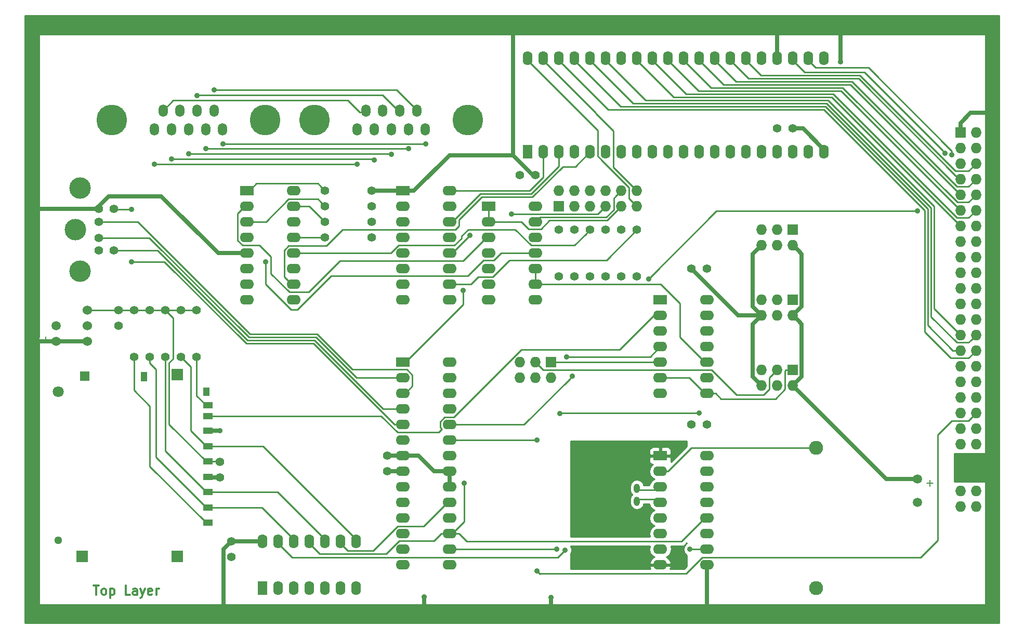
<source format=gbr>
%TF.FileFunction,Copper,L1,Top,Signal*%
%FSLAX46Y46*%
G04 Gerber Fmt 4.6, Leading zero omitted, Abs format (unit mm)*
G04 Created by KiCad (PCBNEW (2014-12-04 BZR 5312)-product) date Wed 04 Feb 2015 12:38:23 PM CET*
%MOMM*%
G01*
G04 APERTURE LIST*
%ADD10C,0.100000*%
%ADD11C,0.300000*%
%ADD12C,0.150000*%
%ADD13R,1.727200X1.727200*%
%ADD14O,1.727200X1.727200*%
%ADD15C,2.286000*%
%ADD16C,1.397000*%
%ADD17C,1.501140*%
%ADD18O,2.286000X1.574800*%
%ADD19R,2.286000X1.574800*%
%ADD20C,1.422400*%
%ADD21C,3.497580*%
%ADD22R,1.574800X2.286000*%
%ADD23O,1.574800X2.286000*%
%ADD24C,1.524000*%
%ADD25O,1.000760X1.501140*%
%ADD26C,5.001260*%
%ADD27O,1.501140X1.998980*%
%ADD28R,1.559560X1.049020*%
%ADD29R,1.099820X1.348740*%
%ADD30R,1.899920X1.899920*%
%ADD31R,1.099820X1.600200*%
%ADD32R,1.600200X1.600200*%
%ADD33C,1.300480*%
%ADD34C,1.800860*%
%ADD35C,0.889000*%
%ADD36C,0.635000*%
%ADD37C,0.254000*%
G04 APERTURE END LIST*
D10*
D11*
X74053572Y-139259571D02*
X74910715Y-139259571D01*
X74482144Y-140759571D02*
X74482144Y-139259571D01*
X75625001Y-140759571D02*
X75482143Y-140688143D01*
X75410715Y-140616714D01*
X75339286Y-140473857D01*
X75339286Y-140045286D01*
X75410715Y-139902429D01*
X75482143Y-139831000D01*
X75625001Y-139759571D01*
X75839286Y-139759571D01*
X75982143Y-139831000D01*
X76053572Y-139902429D01*
X76125001Y-140045286D01*
X76125001Y-140473857D01*
X76053572Y-140616714D01*
X75982143Y-140688143D01*
X75839286Y-140759571D01*
X75625001Y-140759571D01*
X76767858Y-139759571D02*
X76767858Y-141259571D01*
X76767858Y-139831000D02*
X76910715Y-139759571D01*
X77196429Y-139759571D01*
X77339286Y-139831000D01*
X77410715Y-139902429D01*
X77482144Y-140045286D01*
X77482144Y-140473857D01*
X77410715Y-140616714D01*
X77339286Y-140688143D01*
X77196429Y-140759571D01*
X76910715Y-140759571D01*
X76767858Y-140688143D01*
X79982144Y-140759571D02*
X79267858Y-140759571D01*
X79267858Y-139259571D01*
X81125001Y-140759571D02*
X81125001Y-139973857D01*
X81053572Y-139831000D01*
X80910715Y-139759571D01*
X80625001Y-139759571D01*
X80482144Y-139831000D01*
X81125001Y-140688143D02*
X80982144Y-140759571D01*
X80625001Y-140759571D01*
X80482144Y-140688143D01*
X80410715Y-140545286D01*
X80410715Y-140402429D01*
X80482144Y-140259571D01*
X80625001Y-140188143D01*
X80982144Y-140188143D01*
X81125001Y-140116714D01*
X81696430Y-139759571D02*
X82053573Y-140759571D01*
X82410715Y-139759571D02*
X82053573Y-140759571D01*
X81910715Y-141116714D01*
X81839287Y-141188143D01*
X81696430Y-141259571D01*
X83553572Y-140688143D02*
X83410715Y-140759571D01*
X83125001Y-140759571D01*
X82982144Y-140688143D01*
X82910715Y-140545286D01*
X82910715Y-139973857D01*
X82982144Y-139831000D01*
X83125001Y-139759571D01*
X83410715Y-139759571D01*
X83553572Y-139831000D01*
X83625001Y-139973857D01*
X83625001Y-140116714D01*
X82910715Y-140259571D01*
X84267858Y-140759571D02*
X84267858Y-139759571D01*
X84267858Y-140045286D02*
X84339286Y-139902429D01*
X84410715Y-139831000D01*
X84553572Y-139759571D01*
X84696429Y-139759571D01*
D12*
X66245740Y-99171760D02*
X66245740Y-98671380D01*
X66245740Y-99171760D02*
X65745360Y-99171760D01*
X66245740Y-99672140D02*
X66245740Y-99171760D01*
X66245740Y-99171760D02*
X66644520Y-99171760D01*
X66644520Y-99171760D02*
X66746120Y-99171760D01*
X210820000Y-122555000D02*
X209804000Y-122555000D01*
X210312000Y-122047000D02*
X210312000Y-123063000D01*
D13*
X215265000Y-65405000D03*
D14*
X217805000Y-65405000D03*
X215265000Y-67945000D03*
X217805000Y-67945000D03*
X215265000Y-70485000D03*
X217805000Y-70485000D03*
X215265000Y-73025000D03*
X217805000Y-73025000D03*
X215265000Y-75565000D03*
X217805000Y-75565000D03*
X215265000Y-78105000D03*
X217805000Y-78105000D03*
X215265000Y-80645000D03*
X217805000Y-80645000D03*
X215265000Y-83185000D03*
X217805000Y-83185000D03*
X215265000Y-85725000D03*
X217805000Y-85725000D03*
X215265000Y-88265000D03*
X217805000Y-88265000D03*
X215265000Y-90805000D03*
X217805000Y-90805000D03*
X215265000Y-93345000D03*
X217805000Y-93345000D03*
X215265000Y-95885000D03*
X217805000Y-95885000D03*
X215265000Y-98425000D03*
X217805000Y-98425000D03*
X215265000Y-100965000D03*
X217805000Y-100965000D03*
X215265000Y-103505000D03*
X217805000Y-103505000D03*
X215265000Y-106045000D03*
X217805000Y-106045000D03*
X215265000Y-108585000D03*
X217805000Y-108585000D03*
X215265000Y-111125000D03*
X217805000Y-111125000D03*
X215265000Y-113665000D03*
X217805000Y-113665000D03*
X215265000Y-116205000D03*
X217805000Y-116205000D03*
X215265000Y-118745000D03*
X217805000Y-118745000D03*
X215265000Y-121285000D03*
X217805000Y-121285000D03*
X215265000Y-123825000D03*
X217805000Y-123825000D03*
X215265000Y-126365000D03*
X217805000Y-126365000D03*
D15*
X191770000Y-139700000D03*
X191770000Y-116840000D03*
D16*
X187960000Y-64770000D03*
X185420000Y-64770000D03*
D17*
X67945000Y-96901000D03*
X67945000Y-99441000D03*
D16*
X78105000Y-94361000D03*
X78105000Y-96901000D03*
X173990000Y-87630000D03*
X171450000Y-87630000D03*
X96520000Y-132080000D03*
X96520000Y-134620000D03*
X173990000Y-113030000D03*
X171450000Y-113030000D03*
X121920000Y-118110000D03*
X121920000Y-120650000D03*
D17*
X208280000Y-125730000D03*
X208280000Y-121920000D03*
D16*
X146050000Y-72390000D03*
X143510000Y-72390000D03*
X94615000Y-119126000D03*
X94615000Y-121666000D03*
D18*
X124460000Y-105410000D03*
X124460000Y-107950000D03*
X124460000Y-110490000D03*
X124460000Y-113030000D03*
X124460000Y-115570000D03*
X124460000Y-118110000D03*
X124460000Y-120650000D03*
X124460000Y-123190000D03*
X124460000Y-125730000D03*
X124460000Y-128270000D03*
X124460000Y-130810000D03*
X124460000Y-133350000D03*
X124460000Y-135890000D03*
D19*
X124460000Y-102870000D03*
D18*
X132080000Y-135890000D03*
X132080000Y-133350000D03*
X132080000Y-130810000D03*
X132080000Y-128270000D03*
X132080000Y-125730000D03*
X132080000Y-123190000D03*
X132080000Y-120650000D03*
X132080000Y-118110000D03*
X132080000Y-115570000D03*
X132080000Y-113030000D03*
X132080000Y-110490000D03*
X132080000Y-107950000D03*
X132080000Y-105410000D03*
X132080000Y-102870000D03*
D20*
X74869040Y-82577940D03*
X74869040Y-79982060D03*
X74869040Y-84678520D03*
X74869040Y-77881480D03*
X77317600Y-84678520D03*
X77368400Y-77881480D03*
D21*
X71869300Y-74480420D03*
X71071740Y-81280000D03*
X71869300Y-88028780D03*
D13*
X148590000Y-102870000D03*
D14*
X148590000Y-105410000D03*
X146050000Y-102870000D03*
X146050000Y-105410000D03*
X143510000Y-102870000D03*
X143510000Y-105410000D03*
D13*
X187960000Y-104140000D03*
D14*
X187960000Y-106680000D03*
X185420000Y-104140000D03*
X185420000Y-106680000D03*
X182880000Y-104140000D03*
X182880000Y-106680000D03*
D13*
X187960000Y-92710000D03*
D14*
X187960000Y-95250000D03*
X185420000Y-92710000D03*
X185420000Y-95250000D03*
X182880000Y-92710000D03*
X182880000Y-95250000D03*
D13*
X187960000Y-81280000D03*
D14*
X187960000Y-83820000D03*
X185420000Y-81280000D03*
X185420000Y-83820000D03*
X182880000Y-81280000D03*
X182880000Y-83820000D03*
D16*
X88265000Y-94361000D03*
X88265000Y-101981000D03*
X85725000Y-94361000D03*
X85725000Y-101981000D03*
X83185000Y-94361000D03*
X83185000Y-101981000D03*
X80645000Y-94361000D03*
X80645000Y-101981000D03*
X90805000Y-94361000D03*
X90805000Y-101981000D03*
X162560000Y-88900000D03*
X162560000Y-81280000D03*
X160020000Y-88900000D03*
X160020000Y-81280000D03*
X152400000Y-88900000D03*
X152400000Y-81280000D03*
X149860000Y-88900000D03*
X149860000Y-81280000D03*
X157480000Y-88900000D03*
X157480000Y-81280000D03*
X154940000Y-88900000D03*
X154940000Y-81280000D03*
X119380000Y-80010000D03*
X111760000Y-80010000D03*
X119380000Y-82550000D03*
X111760000Y-82550000D03*
X119380000Y-74930000D03*
X111760000Y-74930000D03*
X119380000Y-77470000D03*
X111760000Y-77470000D03*
D22*
X144780000Y-68580000D03*
D23*
X147320000Y-68580000D03*
X149860000Y-68580000D03*
X152400000Y-68580000D03*
X154940000Y-68580000D03*
X157480000Y-68580000D03*
X160020000Y-68580000D03*
X162560000Y-68580000D03*
X165100000Y-68580000D03*
X167640000Y-68580000D03*
X170180000Y-68580000D03*
X172720000Y-68580000D03*
X175260000Y-68580000D03*
X177800000Y-68580000D03*
X180340000Y-68580000D03*
X182880000Y-68580000D03*
X185420000Y-68580000D03*
X187960000Y-68580000D03*
X190500000Y-68580000D03*
X193040000Y-68580000D03*
X193040000Y-53340000D03*
X190500000Y-53340000D03*
X187960000Y-53340000D03*
X185420000Y-53340000D03*
X182880000Y-53340000D03*
X180340000Y-53340000D03*
X177800000Y-53340000D03*
X175260000Y-53340000D03*
X172720000Y-53340000D03*
X170180000Y-53340000D03*
X167640000Y-53340000D03*
X165100000Y-53340000D03*
X162560000Y-53340000D03*
X160020000Y-53340000D03*
X157480000Y-53340000D03*
X154940000Y-53340000D03*
X152400000Y-53340000D03*
X149860000Y-53340000D03*
X147320000Y-53340000D03*
X144780000Y-53340000D03*
D22*
X101600000Y-139700000D03*
D23*
X104140000Y-139700000D03*
X106680000Y-139700000D03*
X109220000Y-139700000D03*
X111760000Y-139700000D03*
X114300000Y-139700000D03*
X116840000Y-139700000D03*
X116840000Y-132080000D03*
X114300000Y-132080000D03*
X111760000Y-132080000D03*
X109220000Y-132080000D03*
X106680000Y-132080000D03*
X104140000Y-132080000D03*
X101600000Y-132080000D03*
D19*
X138430000Y-77470000D03*
D18*
X138430000Y-80010000D03*
X138430000Y-82550000D03*
X138430000Y-85090000D03*
X138430000Y-87630000D03*
X138430000Y-90170000D03*
X138430000Y-92710000D03*
X146050000Y-92710000D03*
X146050000Y-90170000D03*
X146050000Y-87630000D03*
X146050000Y-85090000D03*
X146050000Y-82550000D03*
X146050000Y-80010000D03*
X146050000Y-77470000D03*
D19*
X166370000Y-92710000D03*
D18*
X166370000Y-95250000D03*
X166370000Y-97790000D03*
X166370000Y-100330000D03*
X166370000Y-102870000D03*
X166370000Y-105410000D03*
X166370000Y-107950000D03*
X173990000Y-107950000D03*
X173990000Y-105410000D03*
X173990000Y-102870000D03*
X173990000Y-100330000D03*
X173990000Y-97790000D03*
X173990000Y-95250000D03*
X173990000Y-92710000D03*
D24*
X73025000Y-96901000D03*
X73025000Y-99441000D03*
X73025000Y-94361000D03*
D19*
X99060000Y-74930000D03*
D18*
X99060000Y-77470000D03*
X99060000Y-80010000D03*
X99060000Y-82550000D03*
X99060000Y-85090000D03*
X99060000Y-87630000D03*
X99060000Y-90170000D03*
X99060000Y-92710000D03*
X106680000Y-92710000D03*
X106680000Y-90170000D03*
X106680000Y-87630000D03*
X106680000Y-85090000D03*
X106680000Y-82550000D03*
X106680000Y-80010000D03*
X106680000Y-77470000D03*
X106680000Y-74930000D03*
D19*
X166370000Y-118110000D03*
D18*
X166370000Y-120650000D03*
X166370000Y-123190000D03*
X166370000Y-125730000D03*
X166370000Y-128270000D03*
X166370000Y-130810000D03*
X166370000Y-133350000D03*
X166370000Y-135890000D03*
X173990000Y-135890000D03*
X173990000Y-133350000D03*
X173990000Y-130810000D03*
X173990000Y-128270000D03*
X173990000Y-125730000D03*
X173990000Y-123190000D03*
X173990000Y-120650000D03*
X173990000Y-118110000D03*
D19*
X124460000Y-74930000D03*
D18*
X124460000Y-77470000D03*
X124460000Y-80010000D03*
X124460000Y-82550000D03*
X124460000Y-85090000D03*
X124460000Y-87630000D03*
X124460000Y-90170000D03*
X124460000Y-92710000D03*
X132080000Y-92710000D03*
X132080000Y-90170000D03*
X132080000Y-87630000D03*
X132080000Y-85090000D03*
X132080000Y-82550000D03*
X132080000Y-80010000D03*
X132080000Y-77470000D03*
X132080000Y-74930000D03*
D25*
X162560000Y-125509020D03*
X162560000Y-123410980D03*
D13*
X149860000Y-77470000D03*
D14*
X149860000Y-74930000D03*
X152400000Y-77470000D03*
X152400000Y-74930000D03*
X154940000Y-77470000D03*
X154940000Y-74930000D03*
X157480000Y-77470000D03*
X157480000Y-74930000D03*
X160020000Y-77470000D03*
X160020000Y-74930000D03*
X162560000Y-77470000D03*
X162560000Y-74930000D03*
D26*
X77040740Y-63373000D03*
D27*
X89535000Y-64891920D03*
X86763860Y-64891920D03*
X83995260Y-64891920D03*
X92306140Y-64891920D03*
X95074740Y-64891920D03*
X93690440Y-61854080D03*
X90919300Y-61854080D03*
X88150700Y-61854080D03*
X85379560Y-61854080D03*
D26*
X102029260Y-63373000D03*
X110060740Y-63373000D03*
D27*
X122555000Y-64891920D03*
X119783860Y-64891920D03*
X117015260Y-64891920D03*
X125326140Y-64891920D03*
X128094740Y-64891920D03*
X126710440Y-61854080D03*
X123939300Y-61854080D03*
X121170700Y-61854080D03*
X118399560Y-61854080D03*
D26*
X135049260Y-63373000D03*
D28*
X92649040Y-129032000D03*
X92649040Y-126532640D03*
X92649040Y-124030740D03*
X92649040Y-121531380D03*
X92649040Y-119032020D03*
X92649040Y-116532660D03*
X92649040Y-114030760D03*
X92649040Y-111612680D03*
X92649040Y-109910880D03*
D29*
X92420440Y-107632500D03*
D30*
X87680800Y-134510780D03*
X72229980Y-134510780D03*
X87680800Y-104891840D03*
D31*
X82280760Y-105211880D03*
D32*
X72610980Y-105161080D03*
D33*
X68280280Y-131861560D03*
D34*
X68280280Y-107660440D03*
D35*
X94615000Y-114046000D03*
X134239000Y-91186000D03*
X213874341Y-69091170D03*
X212725000Y-68770520D03*
X164465000Y-89281000D03*
X208280000Y-78232000D03*
X152019000Y-105156000D03*
X151130000Y-101981000D03*
X149479000Y-133350000D03*
X134429530Y-122545531D03*
X128143000Y-67310000D03*
X95123000Y-67246480D03*
X125349000Y-68072000D03*
X92329000Y-68071960D03*
X89535000Y-68897480D03*
X122555000Y-68961000D03*
X86741000Y-69723000D03*
X119761000Y-69913510D03*
X116967000Y-70612000D03*
X83947000Y-70612000D03*
X90932000Y-59372480D03*
X93726000Y-58483480D03*
X135382000Y-82169000D03*
X142113000Y-78740000D03*
X150876000Y-133477000D03*
X149987000Y-111252000D03*
X172720000Y-111125000D03*
X171195990Y-133350000D03*
X102108000Y-86487000D03*
X146304000Y-136906000D03*
X146304000Y-115570000D03*
X195707000Y-53911520D03*
X148590000Y-141224000D03*
X127889000Y-141097000D03*
X80264000Y-77978000D03*
X80264000Y-86487000D03*
D36*
X171450000Y-87630000D02*
X179070000Y-95250000D01*
X179070000Y-95250000D02*
X182880000Y-95250000D01*
X121920000Y-120650000D02*
X124460000Y-120650000D01*
X182016401Y-94386401D02*
X182880000Y-95250000D01*
X181444899Y-93814899D02*
X182016401Y-94386401D01*
X181444899Y-85255101D02*
X181444899Y-93814899D01*
X182880000Y-83820000D02*
X181444899Y-85255101D01*
X182016401Y-105816401D02*
X182880000Y-106680000D01*
X181444899Y-105244899D02*
X182016401Y-105816401D01*
X181444899Y-96685101D02*
X181444899Y-105244899D01*
X182880000Y-95250000D02*
X181444899Y-96685101D01*
X92783660Y-121666000D02*
X92649040Y-121531380D01*
X94615000Y-121666000D02*
X92783660Y-121666000D01*
X94599760Y-114030760D02*
X94615000Y-114046000D01*
X92649040Y-114030760D02*
X94599760Y-114030760D01*
D37*
X134239000Y-91186000D02*
X134239000Y-93446600D01*
X134239000Y-93446600D02*
X124815600Y-102870000D01*
X124815600Y-102870000D02*
X124460000Y-102870000D01*
X190500000Y-53340000D02*
X190500000Y-53695600D01*
X213874341Y-68462553D02*
X213874341Y-69091170D01*
X190500000Y-53695600D02*
X191668410Y-54864010D01*
X191668410Y-54864010D02*
X193523971Y-54864010D01*
X193523971Y-54864010D02*
X193524001Y-54863980D01*
X193524001Y-54863980D02*
X200275768Y-54863980D01*
X200275768Y-54863980D02*
X213874341Y-68462553D01*
X187960000Y-53340000D02*
X187960000Y-53695600D01*
X187960000Y-53695600D02*
X189890400Y-55626000D01*
X189890400Y-55626000D02*
X199580480Y-55626000D01*
X212280501Y-68326021D02*
X212725000Y-68770520D01*
X199580480Y-55626000D02*
X212280501Y-68326021D01*
X175514000Y-78232000D02*
X164909499Y-88836501D01*
X208280000Y-78232000D02*
X175514000Y-78232000D01*
X164909499Y-88836501D02*
X164465000Y-89281000D01*
X132080000Y-113030000D02*
X144145000Y-113030000D01*
X144145000Y-113030000D02*
X151574501Y-105600499D01*
X151574501Y-105600499D02*
X152019000Y-105156000D01*
X217805000Y-70485000D02*
X216560399Y-71729601D01*
X198866748Y-56134010D02*
X182778410Y-56134010D01*
X214462339Y-71729601D02*
X198866748Y-56134010D01*
X180340000Y-53695600D02*
X180340000Y-53340000D01*
X182778410Y-56134010D02*
X180340000Y-53695600D01*
X216560399Y-71729601D02*
X214462339Y-71729601D01*
X180746420Y-56642020D02*
X198656324Y-56642020D01*
X177800000Y-53695600D02*
X180746420Y-56642020D01*
X215039304Y-73025000D02*
X215265000Y-73025000D01*
X198656324Y-56642020D02*
X215039304Y-73025000D01*
X177800000Y-53340000D02*
X177800000Y-53695600D01*
X217805000Y-73025000D02*
X216560399Y-74269601D01*
X175260000Y-53695600D02*
X175260000Y-53340000D01*
X214667591Y-74269601D02*
X197548020Y-57150030D01*
X197548020Y-57150030D02*
X178714430Y-57150030D01*
X178714430Y-57150030D02*
X175260000Y-53695600D01*
X216560399Y-74269601D02*
X214667591Y-74269601D01*
X215265000Y-75565000D02*
X215244556Y-75565000D01*
X215244556Y-75565000D02*
X197337596Y-57658040D01*
X172720000Y-53695600D02*
X172720000Y-53340000D01*
X197337596Y-57658040D02*
X176682440Y-57658040D01*
X176682440Y-57658040D02*
X172720000Y-53695600D01*
X170180000Y-53695600D02*
X170180000Y-53340000D01*
X214731601Y-76809601D02*
X196088049Y-58166049D01*
X216560399Y-76809601D02*
X214731601Y-76809601D01*
X196088049Y-58166049D02*
X174650449Y-58166049D01*
X217805000Y-75565000D02*
X216560399Y-76809601D01*
X174650449Y-58166049D02*
X170180000Y-53695600D01*
X172618458Y-58674058D02*
X167640000Y-53695600D01*
X167640000Y-53695600D02*
X167640000Y-53340000D01*
X195834058Y-58674058D02*
X172618458Y-58674058D01*
X215265000Y-78105000D02*
X195834058Y-58674058D01*
X170586467Y-59182067D02*
X165100000Y-53695600D01*
X214688035Y-79349601D02*
X194520501Y-59182067D01*
X194520501Y-59182067D02*
X170586467Y-59182067D01*
X217805000Y-78105000D02*
X216560399Y-79349601D01*
X165100000Y-53695600D02*
X165100000Y-53340000D01*
X216560399Y-79349601D02*
X214688035Y-79349601D01*
X215265000Y-80645000D02*
X194310076Y-59690076D01*
X162560000Y-53695600D02*
X162560000Y-53340000D01*
X194310076Y-59690076D02*
X168554476Y-59690076D01*
X168554476Y-59690076D02*
X162560000Y-53695600D01*
X215265000Y-98425000D02*
X210947030Y-94107030D01*
X193671386Y-60198085D02*
X163982485Y-60198085D01*
X157480000Y-53695600D02*
X157480000Y-53340000D01*
X163982485Y-60198085D02*
X157480000Y-53695600D01*
X210947030Y-94107030D02*
X210947030Y-77473728D01*
X210947030Y-77473728D02*
X193671386Y-60198085D01*
X216560399Y-99669601D02*
X216941401Y-99288599D01*
X214667591Y-99669601D02*
X216560399Y-99669601D01*
X210439020Y-77684153D02*
X210439020Y-95441030D01*
X193460961Y-60706094D02*
X210439020Y-77684153D01*
X161950494Y-60706094D02*
X193460961Y-60706094D01*
X154940000Y-53340000D02*
X154940000Y-53695600D01*
X216941401Y-99288599D02*
X217805000Y-98425000D01*
X154940000Y-53695600D02*
X161950494Y-60706094D01*
X210439020Y-95441030D02*
X214667591Y-99669601D01*
X161897385Y-61214102D02*
X193250535Y-61214102D01*
X193250535Y-61214102D02*
X209931010Y-77894577D01*
X161897253Y-61213970D02*
X161897385Y-61214102D01*
X159918370Y-61213970D02*
X161897253Y-61213970D01*
X152400000Y-53340000D02*
X152400000Y-53695600D01*
X214043686Y-100965000D02*
X215265000Y-100965000D01*
X209931010Y-77894577D02*
X209931010Y-96852324D01*
X209931010Y-96852324D02*
X214043686Y-100965000D01*
X152400000Y-53695600D02*
X159918370Y-61213970D01*
X216560399Y-102209601D02*
X213675733Y-102209601D01*
X213675733Y-102209601D02*
X209423000Y-97956868D01*
X149860000Y-53695600D02*
X149860000Y-53340000D01*
X161686829Y-61721980D02*
X157886380Y-61721980D01*
X161686961Y-61722112D02*
X161686829Y-61721980D01*
X157886380Y-61721980D02*
X149860000Y-53695600D01*
X217805000Y-100965000D02*
X216560399Y-102209601D01*
X209423000Y-78105001D02*
X193040111Y-61722112D01*
X209423000Y-97956868D02*
X209423000Y-78105001D01*
X193040111Y-61722112D02*
X161686961Y-61722112D01*
X166370000Y-120650000D02*
X167640000Y-120650000D01*
X171450000Y-116840000D02*
X191770000Y-116840000D01*
X167640000Y-120650000D02*
X171450000Y-116840000D01*
X73025000Y-94361000D02*
X78105000Y-94361000D01*
X78105000Y-94361000D02*
X80645000Y-94361000D01*
X80645000Y-94361000D02*
X83185000Y-94361000D01*
X80645000Y-94361000D02*
X85725000Y-94361000D01*
X85725000Y-94361000D02*
X88265000Y-94361000D01*
X88265000Y-94361000D02*
X90805000Y-94361000D01*
X94521020Y-119032020D02*
X94615000Y-119126000D01*
X92649040Y-119032020D02*
X94521020Y-119032020D01*
X86423499Y-95059499D02*
X85725000Y-94361000D01*
X86995000Y-95631000D02*
X86423499Y-95059499D01*
X86995000Y-102308662D02*
X86995000Y-95631000D01*
X86360000Y-102943662D02*
X86995000Y-102308662D01*
X86360000Y-103626918D02*
X86360000Y-102943662D01*
X86349839Y-103637079D02*
X86360000Y-103626918D01*
X86360000Y-106156762D02*
X86349839Y-106146601D01*
X86360000Y-112998250D02*
X86360000Y-106156762D01*
X86349839Y-106146601D02*
X86349839Y-103637079D01*
X92393770Y-119032020D02*
X86360000Y-112998250D01*
X92649040Y-119032020D02*
X92393770Y-119032020D01*
X83125808Y-82577940D02*
X76880617Y-82577940D01*
X76880617Y-82577940D02*
X74869040Y-82577940D01*
X116879868Y-105410000D02*
X110275848Y-98805980D01*
X99353848Y-98805980D02*
X83125808Y-82577940D01*
X110275848Y-98805980D02*
X99353848Y-98805980D01*
X124460000Y-105410000D02*
X116879868Y-105410000D01*
X123063000Y-110490000D02*
X124460000Y-110490000D01*
X110065424Y-99313990D02*
X121241434Y-110490000D01*
X99143424Y-99313990D02*
X110065424Y-99313990D01*
X84507954Y-84678520D02*
X99143424Y-99313990D01*
X77317600Y-84678520D02*
X84507954Y-84678520D01*
X121241434Y-110490000D02*
X123063000Y-110490000D01*
X166370000Y-100330000D02*
X164719000Y-101981000D01*
X164719000Y-101981000D02*
X151638000Y-101981000D01*
X151638000Y-101981000D02*
X151130000Y-101981000D01*
X132080000Y-133350000D02*
X149479000Y-133350000D01*
X134429530Y-128816070D02*
X134429530Y-123174148D01*
X132080000Y-130810000D02*
X132435600Y-130810000D01*
X134429530Y-123174148D02*
X134429530Y-122545531D01*
X132435600Y-130810000D02*
X134429530Y-128816070D01*
X130683000Y-130810000D02*
X132080000Y-130810000D01*
X129514590Y-131978410D02*
X130683000Y-130810000D01*
X123823609Y-131978410D02*
X129514590Y-131978410D01*
X110896420Y-134112020D02*
X121689999Y-134112020D01*
X109220000Y-132080000D02*
X109220000Y-132435600D01*
X109220000Y-132435600D02*
X110896420Y-134112020D01*
X121689999Y-134112020D02*
X123823609Y-131978410D01*
X146050000Y-105410000D02*
X146177000Y-105537000D01*
X133477000Y-130810000D02*
X132080000Y-130810000D01*
X133604000Y-130810000D02*
X133477000Y-130810000D01*
X134874000Y-132080000D02*
X133604000Y-130810000D01*
X169824400Y-132080000D02*
X134874000Y-132080000D01*
X173634400Y-128270000D02*
X169824400Y-132080000D01*
X173990000Y-128270000D02*
X173634400Y-128270000D01*
X148590000Y-102870000D02*
X164973000Y-102870000D01*
X164973000Y-102870000D02*
X166370000Y-102870000D01*
X146050000Y-102870000D02*
X147294601Y-104114601D01*
X183198010Y-108204000D02*
X184150000Y-107252010D01*
X184556401Y-105003599D02*
X185420000Y-104140000D01*
X147294601Y-104114601D02*
X174726601Y-104114601D01*
X174726601Y-104114601D02*
X178816000Y-108204000D01*
X178816000Y-108204000D02*
X183198010Y-108204000D01*
X184150000Y-107252010D02*
X184150000Y-105410000D01*
X184150000Y-105410000D02*
X184556401Y-105003599D01*
X167640000Y-68580000D02*
X167640000Y-68935600D01*
X167640000Y-68580000D02*
X167640000Y-68224400D01*
X187960000Y-68224400D02*
X187960000Y-68580000D01*
X114300000Y-132435600D02*
X114300000Y-132080000D01*
X119633990Y-133604010D02*
X115468410Y-133604010D01*
X123596410Y-129641590D02*
X119633990Y-133604010D01*
X115468410Y-133604010D02*
X114300000Y-132435600D01*
X127812810Y-129641590D02*
X123596410Y-129641590D01*
X131724400Y-125730000D02*
X127812810Y-129641590D01*
X132080000Y-125730000D02*
X131724400Y-125730000D01*
X171094400Y-105410000D02*
X173634400Y-107950000D01*
X173634400Y-107950000D02*
X173990000Y-107950000D01*
X166370000Y-105410000D02*
X171094400Y-105410000D01*
X186664601Y-107277409D02*
X185103010Y-108839000D01*
X186664601Y-104317799D02*
X186664601Y-107277409D01*
X186842400Y-104140000D02*
X186664601Y-104317799D01*
X187960000Y-104140000D02*
X186842400Y-104140000D01*
X175387000Y-107950000D02*
X173990000Y-107950000D01*
X176276000Y-108839000D02*
X175387000Y-107950000D01*
X185103010Y-108839000D02*
X176276000Y-108839000D01*
X94990013Y-64193273D02*
X94545514Y-64637772D01*
X127514383Y-67310000D02*
X127450863Y-67246480D01*
X128143000Y-67310000D02*
X127514383Y-67310000D01*
X127450863Y-67246480D02*
X95123000Y-67246480D01*
X124847383Y-68072000D02*
X125349000Y-68072000D01*
X125349000Y-68072000D02*
X92329040Y-68072000D01*
X92329040Y-68072000D02*
X92329000Y-68071960D01*
X122555000Y-64643000D02*
X122555000Y-64891920D01*
X122491480Y-68897480D02*
X122555000Y-68961000D01*
X89535000Y-68897480D02*
X122491480Y-68897480D01*
X86763860Y-64891920D02*
X86763860Y-64643000D01*
X119783860Y-64643000D02*
X119783860Y-64891920D01*
X119570490Y-69723000D02*
X119761000Y-69913510D01*
X86741000Y-69723000D02*
X119570490Y-69723000D01*
X116967000Y-70612000D02*
X84074000Y-70612000D01*
X84074000Y-70612000D02*
X83947000Y-70612000D01*
X117394990Y-62103000D02*
X118399560Y-62103000D01*
X85379560Y-61854080D02*
X87035640Y-60198000D01*
X85379560Y-62103000D02*
X85379560Y-61854080D01*
X115489990Y-60198000D02*
X117394990Y-62103000D01*
X87035640Y-60198000D02*
X115489990Y-60198000D01*
X90995480Y-59309000D02*
X90932000Y-59372480D01*
X121145300Y-59309000D02*
X90995480Y-59309000D01*
X123939300Y-62103000D02*
X121145300Y-59309000D01*
X126710440Y-61813440D02*
X126710440Y-62103000D01*
X123380480Y-58483480D02*
X126710440Y-61813440D01*
X93726000Y-58483480D02*
X123380480Y-58483480D01*
X136677410Y-89001590D02*
X135509000Y-90170000D01*
X135509000Y-90170000D02*
X132080000Y-90170000D01*
X162560000Y-81280000D02*
X157581590Y-86258410D01*
X157581590Y-86258410D02*
X141809571Y-86258410D01*
X141809571Y-86258410D02*
X139066391Y-89001590D01*
X139066391Y-89001590D02*
X136677410Y-89001590D01*
X157480000Y-68580000D02*
X157480000Y-68224400D01*
X157480000Y-68580000D02*
X157480000Y-68935600D01*
X135356600Y-82169000D02*
X135382000Y-82169000D01*
X132080000Y-85090000D02*
X132435600Y-85090000D01*
X132435600Y-85090000D02*
X135356600Y-82169000D01*
X157480000Y-77470000D02*
X156210020Y-78739980D01*
X156210020Y-78739980D02*
X142741637Y-78739980D01*
X142741637Y-78739980D02*
X142741617Y-78740000D01*
X142741617Y-78740000D02*
X142113000Y-78740000D01*
X149860000Y-70896096D02*
X149860000Y-69977000D01*
X145318087Y-75438009D02*
X149860000Y-70896096D01*
X137007591Y-75438009D02*
X145318087Y-75438009D01*
X132435600Y-80010000D02*
X137007591Y-75438009D01*
X149860000Y-69977000D02*
X149860000Y-68580000D01*
X132080000Y-80010000D02*
X132435600Y-80010000D01*
X154940000Y-68580000D02*
X152527000Y-70993000D01*
X111986072Y-83921590D02*
X105840429Y-83921590D01*
X152527000Y-70993000D02*
X150481530Y-70993000D01*
X150481530Y-70993000D02*
X145528512Y-75946018D01*
X105840429Y-83921590D02*
X105155990Y-84606029D01*
X145528512Y-75946018D02*
X137337780Y-75946018D01*
X137337780Y-75946018D02*
X133604010Y-79679788D01*
X132969000Y-81280000D02*
X114627662Y-81280000D01*
X133604010Y-79679788D02*
X133604010Y-80644990D01*
X133604010Y-80644990D02*
X132969000Y-81280000D01*
X114627662Y-81280000D02*
X111986072Y-83921590D01*
X105155990Y-84606029D02*
X105155990Y-89001590D01*
X105155990Y-89001590D02*
X106324400Y-90170000D01*
X106324400Y-90170000D02*
X106680000Y-90170000D01*
X106680000Y-85090000D02*
X122452019Y-85090000D01*
X122452019Y-85090000D02*
X123722019Y-83820000D01*
X132817981Y-83820000D02*
X133985000Y-82652981D01*
X123722019Y-83820000D02*
X132817981Y-83820000D01*
X133985000Y-82652981D02*
X133985000Y-82296000D01*
X152400000Y-83820000D02*
X154241501Y-81978499D01*
X133985000Y-82296000D02*
X135064501Y-81216499D01*
X135064501Y-81216499D02*
X142708518Y-81216499D01*
X142708518Y-81216499D02*
X145312019Y-83820000D01*
X145312019Y-83820000D02*
X152400000Y-83820000D01*
X154241501Y-81978499D02*
X154940000Y-81280000D01*
X106680000Y-77470000D02*
X109220000Y-77470000D01*
X109220000Y-77470000D02*
X111760000Y-80010000D01*
X106680000Y-82550000D02*
X111760000Y-82550000D01*
X99060000Y-74930000D02*
X99415600Y-74930000D01*
X99415600Y-74930000D02*
X100584010Y-73761590D01*
X100584010Y-73761590D02*
X110591590Y-73761590D01*
X110591590Y-73761590D02*
X111061501Y-74231501D01*
X111061501Y-74231501D02*
X111760000Y-74930000D01*
X99060000Y-80010000D02*
X102132019Y-80010000D01*
X102132019Y-80010000D02*
X105840429Y-76301590D01*
X105840429Y-76301590D02*
X110591590Y-76301590D01*
X110591590Y-76301590D02*
X111061501Y-76771501D01*
X111061501Y-76771501D02*
X111760000Y-77470000D01*
X138430000Y-78968600D02*
X138430000Y-77470000D01*
X138430000Y-80010000D02*
X138430000Y-78968600D01*
X162560000Y-68580000D02*
X162560000Y-68935600D01*
X138785600Y-77470000D02*
X138430000Y-77470000D01*
X138430000Y-77470000D02*
X138430000Y-80010000D01*
X159156401Y-78333599D02*
X160020000Y-77470000D01*
X148336000Y-79756000D02*
X157734000Y-79756000D01*
X146913590Y-81178410D02*
X148336000Y-79756000D01*
X157734000Y-79756000D02*
X159156401Y-78333599D01*
X144932410Y-81178410D02*
X146913590Y-81178410D01*
X143764000Y-80010000D02*
X144932410Y-81178410D01*
X138430000Y-80010000D02*
X143764000Y-80010000D01*
X165100000Y-68935600D02*
X165100000Y-68580000D01*
X146050000Y-80010000D02*
X146405600Y-80010000D01*
X146050000Y-80010000D02*
X146812010Y-79247990D01*
X146812010Y-79247990D02*
X157523576Y-79247990D01*
X157523576Y-79247990D02*
X158775399Y-77996167D01*
X158775399Y-76174601D02*
X159156401Y-75793599D01*
X159156401Y-75793599D02*
X160020000Y-74930000D01*
X158775399Y-77996167D02*
X158775399Y-76174601D01*
X104140000Y-132080000D02*
X104140000Y-132435600D01*
X104140000Y-132435600D02*
X106387899Y-134683499D01*
X106387899Y-134683499D02*
X149669501Y-134683499D01*
X149669501Y-134683499D02*
X150431501Y-133921499D01*
X150431501Y-133921499D02*
X150876000Y-133477000D01*
X169545000Y-98780600D02*
X169545000Y-93268798D01*
X169545000Y-93268798D02*
X166446202Y-90170000D01*
X166446202Y-90170000D02*
X147447000Y-90170000D01*
X147447000Y-90170000D02*
X146050000Y-90170000D01*
X173990000Y-102870000D02*
X173634400Y-102870000D01*
X173634400Y-102870000D02*
X169545000Y-98780600D01*
X146050000Y-90170000D02*
X146050000Y-87630000D01*
X138430000Y-82550000D02*
X138074400Y-82550000D01*
X138074400Y-82550000D02*
X134264400Y-86360000D01*
X134264400Y-86360000D02*
X114173000Y-86360000D01*
X105942019Y-91440000D02*
X102933501Y-88431482D01*
X114173000Y-86360000D02*
X109093000Y-91440000D01*
X101092000Y-83820000D02*
X98322019Y-83820000D01*
X109093000Y-91440000D02*
X105942019Y-91440000D01*
X97535990Y-78638410D02*
X98704400Y-77470000D01*
X102933501Y-88431482D02*
X102933501Y-85661501D01*
X98704400Y-77470000D02*
X99060000Y-77470000D01*
X102933501Y-85661501D02*
X101092000Y-83820000D01*
X98322019Y-83820000D02*
X97535990Y-83033971D01*
X97535990Y-83033971D02*
X97535990Y-78638410D01*
X150114000Y-111125000D02*
X149987000Y-111252000D01*
X172720000Y-111125000D02*
X150114000Y-111125000D01*
X173990000Y-133350000D02*
X171195990Y-133350000D01*
X173990000Y-133350000D02*
X173634400Y-133350000D01*
X145694400Y-92710000D02*
X146050000Y-92710000D01*
X146050000Y-93065600D02*
X145694400Y-92710000D01*
X146050000Y-92710000D02*
X146405600Y-92710000D01*
X102108000Y-90163617D02*
X102108000Y-87115617D01*
X106241882Y-94297499D02*
X102108000Y-90163617D01*
X107251501Y-94297499D02*
X106241882Y-94297499D01*
X102108000Y-87115617D02*
X102108000Y-86487000D01*
X139269571Y-86258410D02*
X137590429Y-86258410D01*
X112750590Y-88798410D02*
X107251501Y-94297499D01*
X137590429Y-86258410D02*
X135050429Y-88798410D01*
X140437981Y-85090000D02*
X139269571Y-86258410D01*
X135050429Y-88798410D02*
X112750590Y-88798410D01*
X146050000Y-85090000D02*
X140437981Y-85090000D01*
X165849300Y-123710700D02*
X166370000Y-123190000D01*
X162560000Y-123710700D02*
X165849300Y-123710700D01*
X165849300Y-125209300D02*
X166370000Y-125730000D01*
X162560000Y-125209300D02*
X165849300Y-125209300D01*
X217805000Y-111125000D02*
X216509601Y-112420399D01*
X146748499Y-137350499D02*
X146304000Y-136906000D01*
X216509601Y-112420399D02*
X213842601Y-112420399D01*
X213842601Y-112420399D02*
X211582000Y-114681000D01*
X211582000Y-114681000D02*
X211582000Y-131890010D01*
X211582000Y-131890010D02*
X208788509Y-134683501D01*
X208788509Y-134683501D02*
X173164499Y-134683501D01*
X173164499Y-134683501D02*
X170561000Y-137287000D01*
X170561000Y-137287000D02*
X146811998Y-137287000D01*
X146811998Y-137287000D02*
X146748499Y-137350499D01*
X132080000Y-115570000D02*
X146304000Y-115570000D01*
X132080000Y-115570000D02*
X132435600Y-115570000D01*
X116840000Y-131724400D02*
X116840000Y-132080000D01*
X101648260Y-116532660D02*
X116840000Y-131724400D01*
X92649040Y-116532660D02*
X101648260Y-116532660D01*
X89916000Y-103632000D02*
X88265000Y-101981000D01*
X89916000Y-114054890D02*
X89916000Y-103632000D01*
X92393770Y-116532660D02*
X89916000Y-114054890D01*
X92649040Y-116532660D02*
X92393770Y-116532660D01*
X93682820Y-124030740D02*
X92649040Y-124030740D01*
X104066340Y-124030740D02*
X93682820Y-124030740D01*
X111760000Y-131724400D02*
X104066340Y-124030740D01*
X111760000Y-132080000D02*
X111760000Y-131724400D01*
X92393770Y-124030740D02*
X92649040Y-124030740D01*
X85725000Y-117361970D02*
X92393770Y-124030740D01*
X85725000Y-101981000D02*
X85725000Y-117361970D01*
X93682820Y-126532640D02*
X92649040Y-126532640D01*
X101488240Y-126532640D02*
X93682820Y-126532640D01*
X106680000Y-131724400D02*
X101488240Y-126532640D01*
X106680000Y-132080000D02*
X106680000Y-131724400D01*
X92393770Y-126532640D02*
X92649040Y-126532640D01*
X84201000Y-118339870D02*
X92393770Y-126532640D01*
X84201000Y-104013000D02*
X84201000Y-118339870D01*
X83185000Y-102997000D02*
X84201000Y-104013000D01*
X83185000Y-101981000D02*
X83185000Y-102997000D01*
X92393770Y-129032000D02*
X92649040Y-129032000D01*
X83211671Y-110008671D02*
X83211671Y-119849901D01*
X80645000Y-107442000D02*
X83211671Y-110008671D01*
X83211671Y-119849901D02*
X92393770Y-129032000D01*
X80645000Y-101981000D02*
X80645000Y-107442000D01*
X92393770Y-109910880D02*
X92649040Y-109910880D01*
X90805020Y-108322130D02*
X92393770Y-109910880D01*
X90805020Y-102968848D02*
X90805020Y-108322130D01*
X90805000Y-102968828D02*
X90805020Y-102968848D01*
X90805000Y-101981000D02*
X90805000Y-102968828D01*
X166014400Y-95250000D02*
X166370000Y-95250000D01*
X165354000Y-95250000D02*
X166370000Y-95250000D01*
X159766000Y-100838000D02*
X165354000Y-95250000D01*
X143764000Y-100838000D02*
X159766000Y-100838000D01*
X132740410Y-111861590D02*
X143764000Y-100838000D01*
X130555990Y-112546029D02*
X131240429Y-111861590D01*
X130555990Y-113513971D02*
X130555990Y-112546029D01*
X131240429Y-111861590D02*
X132740410Y-111861590D01*
X130822010Y-113779991D02*
X130555990Y-113513971D01*
X130302000Y-114300000D02*
X130822010Y-113779991D01*
X123571000Y-114300000D02*
X130302000Y-114300000D01*
X120883680Y-111612680D02*
X123571000Y-114300000D01*
X92649040Y-111612680D02*
X120883680Y-111612680D01*
X145107662Y-74930000D02*
X147320000Y-72717662D01*
X132080000Y-74930000D02*
X145107662Y-74930000D01*
X147320000Y-72717662D02*
X147320000Y-69977000D01*
X147320000Y-69977000D02*
X147320000Y-68580000D01*
X144780000Y-53340000D02*
X144780000Y-53695600D01*
X144780000Y-53695600D02*
X156210000Y-65125600D01*
X161696401Y-76606401D02*
X162560000Y-77470000D01*
X156210000Y-65125600D02*
X156210000Y-69317981D01*
X156210000Y-69317981D02*
X156742019Y-69850000D01*
X156742019Y-69850000D02*
X156731212Y-69850000D01*
X156731212Y-69850000D02*
X161264601Y-74383389D01*
X161264601Y-74383389D02*
X161264601Y-76174601D01*
X161264601Y-76174601D02*
X161696401Y-76606401D01*
X162560000Y-74930000D02*
X158750000Y-71120000D01*
X158750000Y-71120000D02*
X158750000Y-65151000D01*
X158750000Y-65151000D02*
X155854390Y-62255390D01*
X155854390Y-62255390D02*
X155854390Y-62229990D01*
X155854390Y-62229990D02*
X147320000Y-53695600D01*
X147320000Y-53695600D02*
X147320000Y-53340000D01*
D36*
X124460000Y-74930000D02*
X126238000Y-74930000D01*
X126238000Y-74930000D02*
X132041898Y-69126102D01*
X132041898Y-69126102D02*
X142367000Y-69126102D01*
X142367000Y-69126102D02*
X142367000Y-49022000D01*
X145630898Y-72390000D02*
X142367000Y-69126102D01*
X146050000Y-72390000D02*
X145630898Y-72390000D01*
X74869040Y-77881480D02*
X74869040Y-77429866D01*
X74869040Y-77429866D02*
X76479906Y-75819000D01*
X76479906Y-75819000D02*
X85090000Y-75819000D01*
X85090000Y-75819000D02*
X94361000Y-85090000D01*
X94361000Y-85090000D02*
X99060000Y-85090000D01*
X173863000Y-92710000D02*
X173990000Y-92710000D01*
X95249999Y-143509999D02*
X95249999Y-133350001D01*
X95249999Y-133350001D02*
X96520000Y-132080000D01*
X96520000Y-132080000D02*
X101600000Y-132080000D01*
X187960000Y-64770000D02*
X189585600Y-64770000D01*
X189585600Y-64770000D02*
X193040000Y-68224400D01*
X193040000Y-68224400D02*
X193040000Y-68580000D01*
X195580000Y-48260000D02*
X195707000Y-48387000D01*
X195707000Y-48387000D02*
X195707000Y-53282903D01*
X195707000Y-53282903D02*
X195707000Y-53911520D01*
X173990000Y-135890000D02*
X173990000Y-138744762D01*
X173990000Y-138744762D02*
X173990000Y-143129000D01*
X148590000Y-141224000D02*
X148590000Y-142875000D01*
X185420000Y-53340000D02*
X185420000Y-48260000D01*
X215265000Y-65405000D02*
X215265000Y-63881000D01*
X216916000Y-62230000D02*
X219710000Y-62230000D01*
X215265000Y-63881000D02*
X216916000Y-62230000D01*
X74869040Y-77881480D02*
X64546480Y-77881480D01*
X188823599Y-84683599D02*
X187960000Y-83820000D01*
X189395101Y-85255101D02*
X188823599Y-84683599D01*
X189395101Y-93814899D02*
X189395101Y-85255101D01*
X187960000Y-95250000D02*
X189395101Y-93814899D01*
X188823599Y-96113599D02*
X187960000Y-95250000D01*
X189395101Y-96685101D02*
X188823599Y-96113599D01*
X189395101Y-105244899D02*
X189395101Y-96685101D01*
X187960000Y-106680000D02*
X189395101Y-105244899D01*
X121920000Y-118110000D02*
X124460000Y-118110000D01*
X124460000Y-118110000D02*
X127000000Y-118110000D01*
X129540000Y-120650000D02*
X132080000Y-120650000D01*
X127000000Y-118110000D02*
X129540000Y-120650000D01*
X132080000Y-123190000D02*
X132080000Y-120650000D01*
X124460000Y-74930000D02*
X124815600Y-74930000D01*
X203200000Y-121920000D02*
X187960000Y-106680000D01*
X208280000Y-121920000D02*
X203200000Y-121920000D01*
X127889000Y-141097000D02*
X127889000Y-141725617D01*
X127889000Y-141725617D02*
X127889000Y-142748000D01*
X146050000Y-72390000D02*
X145669000Y-72390000D01*
X119380000Y-74930000D02*
X124460000Y-74930000D01*
X73025000Y-99441000D02*
X67945000Y-99441000D01*
X67945000Y-99441000D02*
X64135000Y-99441000D01*
D37*
X76880617Y-79982060D02*
X74869040Y-79982060D01*
X124460000Y-107950000D02*
X124815600Y-107950000D01*
X81248362Y-79982060D02*
X76880617Y-79982060D01*
X99564272Y-98297970D02*
X81248362Y-79982060D01*
X110486272Y-98297970D02*
X99564272Y-98297970D01*
X116226703Y-104038401D02*
X110486272Y-98297970D01*
X125984010Y-106781590D02*
X125984010Y-104926029D01*
X125096382Y-104038401D02*
X116226703Y-104038401D01*
X125984010Y-104926029D02*
X125096382Y-104038401D01*
X124815600Y-107950000D02*
X125984010Y-106781590D01*
X98933000Y-99822000D02*
X85592921Y-86481921D01*
X124460000Y-113030000D02*
X123063000Y-113030000D01*
X123063000Y-113030000D02*
X109855000Y-99822000D01*
X85592921Y-86481921D02*
X80269079Y-86481921D01*
X109855000Y-99822000D02*
X98933000Y-99822000D01*
X80269079Y-86481921D02*
X80264000Y-86487000D01*
X80264000Y-77978000D02*
X77464920Y-77978000D01*
X77464920Y-77978000D02*
X77368400Y-77881480D01*
G36*
X221565000Y-145365000D02*
X219329000Y-145365000D01*
X219329000Y-142367000D01*
X219329000Y-122301000D01*
X217824903Y-122301000D01*
X217805000Y-122297041D01*
X217785096Y-122301000D01*
X215284903Y-122301000D01*
X215265000Y-122297041D01*
X215245096Y-122301000D01*
X214249000Y-122301000D01*
X214249000Y-117729000D01*
X215245096Y-117729000D01*
X215265000Y-117732959D01*
X215284903Y-117729000D01*
X217785096Y-117729000D01*
X217805000Y-117732959D01*
X217824903Y-117729000D01*
X219329000Y-117729000D01*
X219329000Y-49403000D01*
X65151000Y-49403000D01*
X65151000Y-98807872D01*
X65089406Y-98900055D01*
X65035360Y-99171760D01*
X65089406Y-99443465D01*
X65151000Y-99535647D01*
X65151000Y-142367000D01*
X219329000Y-142367000D01*
X219329000Y-145365000D01*
X62915000Y-145365000D01*
X62915000Y-46405000D01*
X221565000Y-46405000D01*
X221565000Y-145365000D01*
X221565000Y-145365000D01*
G37*
X221565000Y-145365000D02*
X219329000Y-145365000D01*
X219329000Y-142367000D01*
X219329000Y-122301000D01*
X217824903Y-122301000D01*
X217805000Y-122297041D01*
X217785096Y-122301000D01*
X215284903Y-122301000D01*
X215265000Y-122297041D01*
X215245096Y-122301000D01*
X214249000Y-122301000D01*
X214249000Y-117729000D01*
X215245096Y-117729000D01*
X215265000Y-117732959D01*
X215284903Y-117729000D01*
X217785096Y-117729000D01*
X217805000Y-117732959D01*
X217824903Y-117729000D01*
X219329000Y-117729000D01*
X219329000Y-49403000D01*
X65151000Y-49403000D01*
X65151000Y-98807872D01*
X65089406Y-98900055D01*
X65035360Y-99171760D01*
X65089406Y-99443465D01*
X65151000Y-99535647D01*
X65151000Y-142367000D01*
X219329000Y-142367000D01*
X219329000Y-145365000D01*
X62915000Y-145365000D01*
X62915000Y-46405000D01*
X221565000Y-46405000D01*
X221565000Y-145365000D01*
G36*
X170688000Y-116524369D02*
X168119248Y-119093121D01*
X168148000Y-119023709D01*
X168148000Y-118395750D01*
X168148000Y-117824250D01*
X168148000Y-117196291D01*
X168051327Y-116962902D01*
X167872699Y-116784273D01*
X167639310Y-116687600D01*
X167386691Y-116687600D01*
X166655750Y-116687600D01*
X166497000Y-116846350D01*
X166497000Y-117983000D01*
X167989250Y-117983000D01*
X168148000Y-117824250D01*
X168148000Y-118395750D01*
X167989250Y-118237000D01*
X166497000Y-118237000D01*
X166497000Y-118257000D01*
X166243000Y-118257000D01*
X166243000Y-118237000D01*
X166243000Y-117983000D01*
X166243000Y-116846350D01*
X166084250Y-116687600D01*
X165353309Y-116687600D01*
X165100690Y-116687600D01*
X164867301Y-116784273D01*
X164688673Y-116962902D01*
X164592000Y-117196291D01*
X164592000Y-117824250D01*
X164750750Y-117983000D01*
X166243000Y-117983000D01*
X166243000Y-118237000D01*
X164750750Y-118237000D01*
X164592000Y-118395750D01*
X164592000Y-119023709D01*
X164688673Y-119257098D01*
X164867301Y-119435727D01*
X165100690Y-119532400D01*
X165141115Y-119532400D01*
X164973778Y-119644211D01*
X164665441Y-120105671D01*
X164557167Y-120650000D01*
X164665441Y-121194329D01*
X164973778Y-121655789D01*
X165369198Y-121919999D01*
X164973778Y-122184211D01*
X164665441Y-122645671D01*
X164605164Y-122948700D01*
X163658591Y-122948700D01*
X163608954Y-122699154D01*
X163362835Y-122330810D01*
X162994491Y-122084691D01*
X162560000Y-121998265D01*
X162125509Y-122084691D01*
X161757165Y-122330810D01*
X161511046Y-122699154D01*
X161424620Y-123133645D01*
X161424620Y-123688315D01*
X161511046Y-124122806D01*
X161736351Y-124460000D01*
X161511046Y-124797194D01*
X161424620Y-125231685D01*
X161424620Y-125786355D01*
X161511046Y-126220846D01*
X161757165Y-126589190D01*
X162125509Y-126835309D01*
X162560000Y-126921735D01*
X162994491Y-126835309D01*
X163362835Y-126589190D01*
X163608954Y-126220846D01*
X163658591Y-125971300D01*
X164605164Y-125971300D01*
X164665441Y-126274329D01*
X164973778Y-126735789D01*
X165369198Y-126999999D01*
X164973778Y-127264211D01*
X164665441Y-127725671D01*
X164557167Y-128270000D01*
X164665441Y-128814329D01*
X164973778Y-129275789D01*
X165369198Y-129539999D01*
X164973778Y-129804211D01*
X164665441Y-130265671D01*
X164557167Y-130810000D01*
X164658214Y-131318000D01*
X151765000Y-131318000D01*
X151765000Y-115697000D01*
X170688000Y-115697000D01*
X170688000Y-116524369D01*
X170688000Y-116524369D01*
G37*
X170688000Y-116524369D02*
X168119248Y-119093121D01*
X168148000Y-119023709D01*
X168148000Y-118395750D01*
X168148000Y-117824250D01*
X168148000Y-117196291D01*
X168051327Y-116962902D01*
X167872699Y-116784273D01*
X167639310Y-116687600D01*
X167386691Y-116687600D01*
X166655750Y-116687600D01*
X166497000Y-116846350D01*
X166497000Y-117983000D01*
X167989250Y-117983000D01*
X168148000Y-117824250D01*
X168148000Y-118395750D01*
X167989250Y-118237000D01*
X166497000Y-118237000D01*
X166497000Y-118257000D01*
X166243000Y-118257000D01*
X166243000Y-118237000D01*
X166243000Y-117983000D01*
X166243000Y-116846350D01*
X166084250Y-116687600D01*
X165353309Y-116687600D01*
X165100690Y-116687600D01*
X164867301Y-116784273D01*
X164688673Y-116962902D01*
X164592000Y-117196291D01*
X164592000Y-117824250D01*
X164750750Y-117983000D01*
X166243000Y-117983000D01*
X166243000Y-118237000D01*
X164750750Y-118237000D01*
X164592000Y-118395750D01*
X164592000Y-119023709D01*
X164688673Y-119257098D01*
X164867301Y-119435727D01*
X165100690Y-119532400D01*
X165141115Y-119532400D01*
X164973778Y-119644211D01*
X164665441Y-120105671D01*
X164557167Y-120650000D01*
X164665441Y-121194329D01*
X164973778Y-121655789D01*
X165369198Y-121919999D01*
X164973778Y-122184211D01*
X164665441Y-122645671D01*
X164605164Y-122948700D01*
X163658591Y-122948700D01*
X163608954Y-122699154D01*
X163362835Y-122330810D01*
X162994491Y-122084691D01*
X162560000Y-121998265D01*
X162125509Y-122084691D01*
X161757165Y-122330810D01*
X161511046Y-122699154D01*
X161424620Y-123133645D01*
X161424620Y-123688315D01*
X161511046Y-124122806D01*
X161736351Y-124460000D01*
X161511046Y-124797194D01*
X161424620Y-125231685D01*
X161424620Y-125786355D01*
X161511046Y-126220846D01*
X161757165Y-126589190D01*
X162125509Y-126835309D01*
X162560000Y-126921735D01*
X162994491Y-126835309D01*
X163362835Y-126589190D01*
X163608954Y-126220846D01*
X163658591Y-125971300D01*
X164605164Y-125971300D01*
X164665441Y-126274329D01*
X164973778Y-126735789D01*
X165369198Y-126999999D01*
X164973778Y-127264211D01*
X164665441Y-127725671D01*
X164557167Y-128270000D01*
X164665441Y-128814329D01*
X164973778Y-129275789D01*
X165369198Y-129539999D01*
X164973778Y-129804211D01*
X164665441Y-130265671D01*
X164557167Y-130810000D01*
X164658214Y-131318000D01*
X151765000Y-131318000D01*
X151765000Y-115697000D01*
X170688000Y-115697000D01*
X170688000Y-116524369D01*
G36*
X170688000Y-136082369D02*
X170245369Y-136525000D01*
X167974694Y-136525000D01*
X168088327Y-136316996D01*
X168105010Y-136237060D01*
X167982852Y-136017000D01*
X166497000Y-136017000D01*
X166497000Y-136037000D01*
X166243000Y-136037000D01*
X166243000Y-136017000D01*
X164757148Y-136017000D01*
X164634990Y-136237060D01*
X164651673Y-136316996D01*
X164765305Y-136525000D01*
X151765000Y-136525000D01*
X151765000Y-134114863D01*
X151790622Y-134089286D01*
X151955313Y-133692668D01*
X151955687Y-133263216D01*
X151791689Y-132866311D01*
X151767420Y-132842000D01*
X164658214Y-132842000D01*
X164557167Y-133350000D01*
X164665441Y-133894329D01*
X164973778Y-134355789D01*
X165368829Y-134619753D01*
X165352738Y-134624475D01*
X164918809Y-134974014D01*
X164651673Y-135463004D01*
X164634990Y-135542940D01*
X164757148Y-135763000D01*
X166243000Y-135763000D01*
X166243000Y-135743000D01*
X166497000Y-135743000D01*
X166497000Y-135763000D01*
X167982852Y-135763000D01*
X168105010Y-135542940D01*
X168088327Y-135463004D01*
X167821191Y-134974014D01*
X167387262Y-134624475D01*
X167371170Y-134619753D01*
X167766222Y-134355789D01*
X168074559Y-133894329D01*
X168182833Y-133350000D01*
X168081785Y-132842000D01*
X169824400Y-132842000D01*
X169824400Y-132841999D01*
X170116004Y-132783996D01*
X170116005Y-132783996D01*
X170363215Y-132618815D01*
X170688000Y-132294030D01*
X170688000Y-132391876D01*
X170585301Y-132434311D01*
X170281368Y-132737714D01*
X170116677Y-133134332D01*
X170116303Y-133563784D01*
X170280301Y-133960689D01*
X170583704Y-134264622D01*
X170688000Y-134307929D01*
X170688000Y-136082369D01*
X170688000Y-136082369D01*
G37*
X170688000Y-136082369D02*
X170245369Y-136525000D01*
X167974694Y-136525000D01*
X168088327Y-136316996D01*
X168105010Y-136237060D01*
X167982852Y-136017000D01*
X166497000Y-136017000D01*
X166497000Y-136037000D01*
X166243000Y-136037000D01*
X166243000Y-136017000D01*
X164757148Y-136017000D01*
X164634990Y-136237060D01*
X164651673Y-136316996D01*
X164765305Y-136525000D01*
X151765000Y-136525000D01*
X151765000Y-134114863D01*
X151790622Y-134089286D01*
X151955313Y-133692668D01*
X151955687Y-133263216D01*
X151791689Y-132866311D01*
X151767420Y-132842000D01*
X164658214Y-132842000D01*
X164557167Y-133350000D01*
X164665441Y-133894329D01*
X164973778Y-134355789D01*
X165368829Y-134619753D01*
X165352738Y-134624475D01*
X164918809Y-134974014D01*
X164651673Y-135463004D01*
X164634990Y-135542940D01*
X164757148Y-135763000D01*
X166243000Y-135763000D01*
X166243000Y-135743000D01*
X166497000Y-135743000D01*
X166497000Y-135763000D01*
X167982852Y-135763000D01*
X168105010Y-135542940D01*
X168088327Y-135463004D01*
X167821191Y-134974014D01*
X167387262Y-134624475D01*
X167371170Y-134619753D01*
X167766222Y-134355789D01*
X168074559Y-133894329D01*
X168182833Y-133350000D01*
X168081785Y-132842000D01*
X169824400Y-132842000D01*
X169824400Y-132841999D01*
X170116004Y-132783996D01*
X170116005Y-132783996D01*
X170363215Y-132618815D01*
X170688000Y-132294030D01*
X170688000Y-132391876D01*
X170585301Y-132434311D01*
X170281368Y-132737714D01*
X170116677Y-133134332D01*
X170116303Y-133563784D01*
X170280301Y-133960689D01*
X170583704Y-134264622D01*
X170688000Y-134307929D01*
X170688000Y-136082369D01*
M02*

</source>
